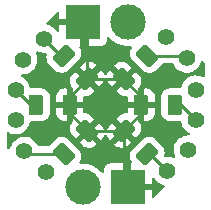
<source format=gtl>
G04 #@! TF.GenerationSoftware,KiCad,Pcbnew,(5.99.0-8018-g9a0f685a75)*
G04 #@! TF.CreationDate,2021-11-19T00:05:57+10:30*
G04 #@! TF.ProjectId,ring_pcb,72696e67-5f70-4636-922e-6b696361645f,rev?*
G04 #@! TF.SameCoordinates,Original*
G04 #@! TF.FileFunction,Copper,L1,Top*
G04 #@! TF.FilePolarity,Positive*
%FSLAX46Y46*%
G04 Gerber Fmt 4.6, Leading zero omitted, Abs format (unit mm)*
G04 Created by KiCad (PCBNEW (5.99.0-8018-g9a0f685a75)) date 2021-11-19 00:05:57*
%MOMM*%
%LPD*%
G01*
G04 APERTURE LIST*
G04 Aperture macros list*
%AMRoundRect*
0 Rectangle with rounded corners*
0 $1 Rounding radius*
0 $2 $3 $4 $5 $6 $7 $8 $9 X,Y pos of 4 corners*
0 Add a 4 corners polygon primitive as box body*
4,1,4,$2,$3,$4,$5,$6,$7,$8,$9,$2,$3,0*
0 Add four circle primitives for the rounded corners*
1,1,$1+$1,$2,$3,0*
1,1,$1+$1,$4,$5,0*
1,1,$1+$1,$6,$7,0*
1,1,$1+$1,$8,$9,0*
0 Add four rect primitives between the rounded corners*
20,1,$1+$1,$2,$3,$4,$5,0*
20,1,$1+$1,$4,$5,$6,$7,0*
20,1,$1+$1,$6,$7,$8,$9,0*
20,1,$1+$1,$8,$9,$2,$3,0*%
G04 Aperture macros list end*
G04 #@! TA.AperFunction,ComponentPad*
%ADD10C,1.400000*%
G04 #@! TD*
G04 #@! TA.AperFunction,SMDPad,CuDef*
%ADD11RoundRect,0.250000X0.176777X-0.707107X0.707107X-0.176777X-0.176777X0.707107X-0.707107X0.176777X0*%
G04 #@! TD*
G04 #@! TA.AperFunction,SMDPad,CuDef*
%ADD12RoundRect,0.250000X-0.707107X-0.176777X-0.176777X-0.707107X0.707107X0.176777X0.176777X0.707107X0*%
G04 #@! TD*
G04 #@! TA.AperFunction,SMDPad,CuDef*
%ADD13RoundRect,0.250000X-0.176777X0.707107X-0.707107X0.176777X0.176777X-0.707107X0.707107X-0.176777X0*%
G04 #@! TD*
G04 #@! TA.AperFunction,SMDPad,CuDef*
%ADD14RoundRect,0.250000X0.707107X0.176777X0.176777X0.707107X-0.707107X-0.176777X-0.176777X-0.707107X0*%
G04 #@! TD*
G04 #@! TA.AperFunction,SMDPad,CuDef*
%ADD15RoundRect,0.250000X-0.375000X-0.625000X0.375000X-0.625000X0.375000X0.625000X-0.375000X0.625000X0*%
G04 #@! TD*
G04 #@! TA.AperFunction,ComponentPad*
%ADD16R,2.999740X2.999740*%
G04 #@! TD*
G04 #@! TA.AperFunction,ComponentPad*
%ADD17C,2.999740*%
G04 #@! TD*
G04 #@! TA.AperFunction,SMDPad,CuDef*
%ADD18RoundRect,0.250000X0.375000X0.625000X-0.375000X0.625000X-0.375000X-0.625000X0.375000X-0.625000X0*%
G04 #@! TD*
G04 #@! TA.AperFunction,Conductor*
%ADD19C,0.250000*%
G04 #@! TD*
G04 APERTURE END LIST*
D10*
X132080000Y-104775000D03*
X130283949Y-102978949D03*
D11*
X138710051Y-96874949D03*
X140689949Y-94895051D03*
D10*
X130175000Y-95250000D03*
X131971051Y-93453949D03*
X129540000Y-100330000D03*
X129540000Y-97790000D03*
D12*
X138710051Y-101245051D03*
X140689949Y-103224949D03*
D13*
X135609949Y-101245051D03*
X133630051Y-103224949D03*
D14*
X135609949Y-96874949D03*
X133630051Y-94895051D03*
D10*
X144780000Y-97790000D03*
X144780000Y-100330000D03*
D15*
X140205000Y-99060000D03*
X143005000Y-99060000D03*
D16*
X135255000Y-92075000D03*
D17*
X139065000Y-92075000D03*
D10*
X144145000Y-102870000D03*
X142348949Y-104666051D03*
D18*
X134115000Y-99060000D03*
X131315000Y-99060000D03*
D10*
X142240000Y-93345000D03*
X144036051Y-95141051D03*
D16*
X139065000Y-106045000D03*
D17*
X135255000Y-106045000D03*
D19*
X135609949Y-101245051D02*
X138710051Y-101245051D01*
X134115000Y-98369898D02*
X134115000Y-99060000D01*
X140205000Y-98369898D02*
X138710051Y-96874949D01*
X135609949Y-96874949D02*
X134115000Y-98369898D01*
X134115000Y-99750102D02*
X135609949Y-101245051D01*
X138710051Y-101245051D02*
X138710051Y-105690051D01*
X140205000Y-99060000D02*
X140205000Y-98369898D01*
X138710051Y-96874949D02*
X135609949Y-96874949D01*
X140205000Y-99750102D02*
X140205000Y-99060000D01*
X135609949Y-96874949D02*
X135609949Y-92429949D01*
X138710051Y-101245051D02*
X140205000Y-99750102D01*
X138710051Y-105690051D02*
X139065000Y-106045000D01*
X135609949Y-92429949D02*
X135255000Y-92075000D01*
X134115000Y-99060000D02*
X134115000Y-99750102D01*
X140689949Y-94895051D02*
X143790051Y-94895051D01*
X143790051Y-94895051D02*
X144036051Y-95141051D01*
X140689949Y-103224949D02*
X140907847Y-103224949D01*
X140907847Y-103224949D02*
X142348949Y-104666051D01*
X130529949Y-103224949D02*
X130283949Y-102978949D01*
X133630051Y-103224949D02*
X130529949Y-103224949D01*
X143510000Y-99060000D02*
X144780000Y-100330000D01*
X143005000Y-99060000D02*
X143510000Y-99060000D01*
X131315000Y-99060000D02*
X130810000Y-99060000D01*
X130810000Y-99060000D02*
X129540000Y-97790000D01*
X133630051Y-94895051D02*
X133412153Y-94895051D01*
X133412153Y-94895051D02*
X131971051Y-93453949D01*
G04 #@! TA.AperFunction,Conductor*
G36*
X133160162Y-91182424D02*
G01*
X133216998Y-91224971D01*
X133241809Y-91291491D01*
X133242130Y-91300480D01*
X133242130Y-91802885D01*
X133246605Y-91818124D01*
X133247995Y-91819329D01*
X133255678Y-91821000D01*
X135383000Y-91821000D01*
X135451121Y-91841002D01*
X135497614Y-91894658D01*
X135509000Y-91947000D01*
X135509000Y-94069755D01*
X135513475Y-94084994D01*
X135514865Y-94086199D01*
X135522548Y-94087870D01*
X136752613Y-94087870D01*
X136757120Y-94087709D01*
X136821139Y-94083130D01*
X136834361Y-94080744D01*
X136959328Y-94044051D01*
X136975562Y-94036637D01*
X137083230Y-93967444D01*
X137096717Y-93955758D01*
X137180532Y-93859030D01*
X137190177Y-93844022D01*
X137243347Y-93727595D01*
X137248372Y-93710482D01*
X137267231Y-93579316D01*
X137267870Y-93570375D01*
X137267870Y-93404063D01*
X137287872Y-93335942D01*
X137341528Y-93289449D01*
X137411802Y-93279345D01*
X137476382Y-93308839D01*
X137490391Y-93323072D01*
X137610807Y-93466577D01*
X137616703Y-93473604D01*
X137825446Y-93661557D01*
X137829084Y-93664011D01*
X137829088Y-93664014D01*
X138044232Y-93809131D01*
X138058315Y-93818630D01*
X138062268Y-93820558D01*
X138306820Y-93939834D01*
X138306825Y-93939836D01*
X138310778Y-93941764D01*
X138314968Y-93943125D01*
X138314967Y-93943125D01*
X138573744Y-94027207D01*
X138573751Y-94027209D01*
X138577922Y-94028564D01*
X138646249Y-94040612D01*
X138850217Y-94076578D01*
X138850222Y-94076578D01*
X138854546Y-94077341D01*
X138858937Y-94077494D01*
X138858943Y-94077495D01*
X139130872Y-94086991D01*
X139130878Y-94086991D01*
X139135266Y-94087144D01*
X139139632Y-94086685D01*
X139139635Y-94086685D01*
X139251883Y-94074887D01*
X139321722Y-94087659D01*
X139373568Y-94136161D01*
X139390963Y-94204994D01*
X139368382Y-94272304D01*
X139363867Y-94278376D01*
X139341274Y-94306933D01*
X139333248Y-94317077D01*
X139330148Y-94323709D01*
X139330146Y-94323713D01*
X139261475Y-94470645D01*
X139261474Y-94470649D01*
X139258376Y-94477277D01*
X139222365Y-94650404D01*
X139227149Y-94827171D01*
X139272469Y-94998097D01*
X139275920Y-95004547D01*
X139275921Y-95004549D01*
X139295267Y-95040704D01*
X139355896Y-95154014D01*
X139406889Y-95215001D01*
X140360711Y-96168823D01*
X140363572Y-96171086D01*
X140363577Y-96171091D01*
X140405125Y-96203962D01*
X140465529Y-96251752D01*
X140472161Y-96254852D01*
X140472165Y-96254854D01*
X140599072Y-96314166D01*
X140625728Y-96326624D01*
X140798854Y-96362635D01*
X140975622Y-96357851D01*
X141146549Y-96312531D01*
X141152999Y-96309080D01*
X141153001Y-96309079D01*
X141260138Y-96251752D01*
X141302465Y-96229104D01*
X141332535Y-96203962D01*
X141361302Y-96179909D01*
X141361306Y-96179905D01*
X141363452Y-96178111D01*
X141963721Y-95577843D01*
X141965990Y-95574975D01*
X141968422Y-95572243D01*
X141969440Y-95573149D01*
X142022836Y-95535361D01*
X142063698Y-95528551D01*
X142801106Y-95528551D01*
X142869227Y-95548553D01*
X142915720Y-95602209D01*
X142920309Y-95613726D01*
X142927464Y-95634626D01*
X143032389Y-95823139D01*
X143035942Y-95827479D01*
X143035944Y-95827483D01*
X143112930Y-95921541D01*
X143169038Y-95990092D01*
X143333093Y-96130209D01*
X143337938Y-96133040D01*
X143514521Y-96236227D01*
X143514524Y-96236228D01*
X143519368Y-96239059D01*
X143524638Y-96240988D01*
X143524639Y-96240988D01*
X143716710Y-96311276D01*
X143716714Y-96311277D01*
X143721974Y-96313202D01*
X143727490Y-96314165D01*
X143727495Y-96314166D01*
X143928984Y-96349331D01*
X143928985Y-96349331D01*
X143934508Y-96350295D01*
X143940114Y-96350266D01*
X143940118Y-96350266D01*
X144038352Y-96349751D01*
X144150251Y-96349165D01*
X144155769Y-96348142D01*
X144155772Y-96348142D01*
X144356866Y-96310872D01*
X144356867Y-96310872D01*
X144362385Y-96309849D01*
X144367630Y-96307867D01*
X144367634Y-96307866D01*
X144498009Y-96258601D01*
X144564204Y-96233588D01*
X144749328Y-96122793D01*
X144753548Y-96119111D01*
X144753553Y-96119108D01*
X144907677Y-95984657D01*
X144911907Y-95980967D01*
X144983802Y-95891228D01*
X145043295Y-95816969D01*
X145043298Y-95816964D01*
X145046801Y-95812592D01*
X145149746Y-95622990D01*
X145217489Y-95418155D01*
X145218279Y-95412603D01*
X145219004Y-95409513D01*
X145254033Y-95347759D01*
X145316888Y-95314747D01*
X145387612Y-95320957D01*
X145430770Y-95349190D01*
X145505095Y-95423515D01*
X145539121Y-95485827D01*
X145542000Y-95512610D01*
X145542000Y-96611639D01*
X145521998Y-96679760D01*
X145468342Y-96726253D01*
X145398068Y-96736357D01*
X145365156Y-96725353D01*
X145364608Y-96726602D01*
X145172199Y-96642140D01*
X145172197Y-96642139D01*
X145167057Y-96639883D01*
X145062165Y-96614701D01*
X144962729Y-96590828D01*
X144962728Y-96590828D01*
X144957272Y-96589518D01*
X144874801Y-96584763D01*
X144747490Y-96577422D01*
X144747487Y-96577422D01*
X144741883Y-96577099D01*
X144527699Y-96603018D01*
X144321490Y-96666456D01*
X144316510Y-96669026D01*
X144316506Y-96669028D01*
X144186059Y-96736357D01*
X144129774Y-96765408D01*
X143958611Y-96896746D01*
X143813411Y-97056319D01*
X143698764Y-97239083D01*
X143618293Y-97439260D01*
X143617156Y-97444751D01*
X143617155Y-97444754D01*
X143589512Y-97578237D01*
X143556111Y-97640887D01*
X143494142Y-97675533D01*
X143454932Y-97678187D01*
X143440773Y-97676924D01*
X143436022Y-97676500D01*
X142587114Y-97676500D01*
X142491894Y-97687602D01*
X142461629Y-97691130D01*
X142461628Y-97691130D01*
X142454357Y-97691978D01*
X142447479Y-97694474D01*
X142447477Y-97694475D01*
X142336315Y-97734825D01*
X142288136Y-97752313D01*
X142184949Y-97819965D01*
X142171050Y-97829078D01*
X142140253Y-97849269D01*
X142018642Y-97977645D01*
X141929825Y-98130555D01*
X141878567Y-98299796D01*
X141877992Y-98306236D01*
X141877992Y-98306237D01*
X141873476Y-98356843D01*
X141871500Y-98378978D01*
X141871500Y-99727886D01*
X141877729Y-99781309D01*
X141886117Y-99853254D01*
X141886978Y-99860643D01*
X141889474Y-99867521D01*
X141889475Y-99867523D01*
X141931187Y-99982437D01*
X141947313Y-100026864D01*
X142015214Y-100130431D01*
X142026321Y-100147371D01*
X142044269Y-100174747D01*
X142172645Y-100296358D01*
X142325555Y-100385175D01*
X142457169Y-100425037D01*
X142488490Y-100434523D01*
X142494796Y-100436433D01*
X142501236Y-100437008D01*
X142501237Y-100437008D01*
X142571185Y-100443251D01*
X142571191Y-100443251D01*
X142573978Y-100443500D01*
X143422886Y-100443500D01*
X143443704Y-100441073D01*
X143451192Y-100440200D01*
X143521171Y-100452179D01*
X143573564Y-100500090D01*
X143590333Y-100546293D01*
X143600453Y-100612426D01*
X143601529Y-100619460D01*
X143615956Y-100661597D01*
X143669116Y-100816865D01*
X143671413Y-100823575D01*
X143776338Y-101012088D01*
X143779891Y-101016428D01*
X143779893Y-101016432D01*
X143868374Y-101124534D01*
X143912987Y-101179041D01*
X144077042Y-101319158D01*
X144258474Y-101425178D01*
X144262270Y-101427396D01*
X144310993Y-101479035D01*
X144324064Y-101548818D01*
X144297332Y-101614590D01*
X144239286Y-101655468D01*
X144191447Y-101661975D01*
X144156858Y-101659981D01*
X144112490Y-101657422D01*
X144112487Y-101657422D01*
X144106883Y-101657099D01*
X143892699Y-101683018D01*
X143686490Y-101746456D01*
X143681510Y-101749026D01*
X143681506Y-101749028D01*
X143499757Y-101842836D01*
X143494774Y-101845408D01*
X143323611Y-101976746D01*
X143178411Y-102136319D01*
X143063764Y-102319083D01*
X142983293Y-102519260D01*
X142982156Y-102524751D01*
X142982155Y-102524754D01*
X142943391Y-102711939D01*
X142939542Y-102730524D01*
X142939395Y-102736133D01*
X142939395Y-102736134D01*
X142938552Y-102768349D01*
X142933895Y-102946196D01*
X142942057Y-102999536D01*
X142965334Y-103151649D01*
X142966529Y-103159460D01*
X143003181Y-103266511D01*
X143010939Y-103289170D01*
X143036413Y-103363575D01*
X143063680Y-103412563D01*
X143079331Y-103481811D01*
X143055059Y-103548530D01*
X142998569Y-103591535D01*
X142927796Y-103597172D01*
X142902939Y-103589213D01*
X142736006Y-103515934D01*
X142593874Y-103481811D01*
X142531678Y-103466879D01*
X142531677Y-103466879D01*
X142526221Y-103465569D01*
X142443750Y-103460814D01*
X142316439Y-103453473D01*
X142316436Y-103453473D01*
X142310832Y-103453150D01*
X142278702Y-103457038D01*
X142253300Y-103460112D01*
X142183270Y-103448439D01*
X142130668Y-103400757D01*
X142112195Y-103332206D01*
X142118562Y-103295503D01*
X142121522Y-103289170D01*
X142157533Y-103116044D01*
X142152749Y-102939276D01*
X142107429Y-102768349D01*
X142084249Y-102725027D01*
X142046836Y-102655108D01*
X142024002Y-102612433D01*
X142019860Y-102607479D01*
X141974807Y-102553596D01*
X141974803Y-102553592D01*
X141973009Y-102551446D01*
X141372741Y-101951177D01*
X141361002Y-101941889D01*
X141328327Y-101916038D01*
X141267923Y-101868248D01*
X141261291Y-101865148D01*
X141261287Y-101865146D01*
X141114355Y-101796475D01*
X141114351Y-101796474D01*
X141107723Y-101793376D01*
X140934596Y-101757365D01*
X140757829Y-101762149D01*
X140586903Y-101807469D01*
X140580453Y-101810920D01*
X140580451Y-101810921D01*
X140520805Y-101842836D01*
X140430986Y-101890896D01*
X140369999Y-101941889D01*
X139416177Y-102895711D01*
X139413914Y-102898572D01*
X139413909Y-102898577D01*
X139380670Y-102940590D01*
X139333248Y-103000529D01*
X139330148Y-103007161D01*
X139330146Y-103007165D01*
X139262619Y-103151649D01*
X139258376Y-103160728D01*
X139222365Y-103333854D01*
X139227149Y-103510622D01*
X139272469Y-103681549D01*
X139355896Y-103837465D01*
X139360039Y-103842420D01*
X139363661Y-103847785D01*
X139362473Y-103848587D01*
X139387865Y-103906880D01*
X139376528Y-103976965D01*
X139329099Y-104029795D01*
X139326943Y-104030757D01*
X139320671Y-104037995D01*
X139319000Y-104045678D01*
X139318999Y-105772885D01*
X139323474Y-105788124D01*
X139324864Y-105789329D01*
X139332547Y-105791000D01*
X141059755Y-105791001D01*
X141074994Y-105786526D01*
X141076199Y-105785136D01*
X141077870Y-105777453D01*
X141077870Y-105353142D01*
X141097872Y-105285021D01*
X141151528Y-105238528D01*
X141221802Y-105228424D01*
X141286382Y-105257918D01*
X141313962Y-105291859D01*
X141345287Y-105348139D01*
X141348840Y-105352479D01*
X141348842Y-105352483D01*
X141425828Y-105446541D01*
X141481936Y-105515092D01*
X141645991Y-105655209D01*
X141650836Y-105658040D01*
X141827419Y-105761227D01*
X141827422Y-105761228D01*
X141832266Y-105764059D01*
X141837536Y-105765988D01*
X141837537Y-105765988D01*
X142029608Y-105836276D01*
X142029612Y-105836277D01*
X142034872Y-105838202D01*
X142040388Y-105839165D01*
X142040393Y-105839166D01*
X142075616Y-105845313D01*
X142139284Y-105876729D01*
X142175859Y-105937580D01*
X142173730Y-106008544D01*
X142143048Y-106058532D01*
X141292965Y-106908615D01*
X141230653Y-106942641D01*
X141159838Y-106937576D01*
X141103002Y-106895029D01*
X141078191Y-106828509D01*
X141077870Y-106819520D01*
X141077870Y-106317115D01*
X141073395Y-106301876D01*
X141072005Y-106300671D01*
X141064322Y-106299000D01*
X139319002Y-106298999D01*
X139318996Y-106299000D01*
X138937000Y-106298999D01*
X138868879Y-106278997D01*
X138822386Y-106225341D01*
X138811000Y-106172999D01*
X138811001Y-104050245D01*
X138806526Y-104035006D01*
X138805136Y-104033801D01*
X138797453Y-104032130D01*
X137567387Y-104032130D01*
X137562880Y-104032291D01*
X137498861Y-104036870D01*
X137485639Y-104039256D01*
X137360672Y-104075949D01*
X137344438Y-104083363D01*
X137236770Y-104152556D01*
X137223283Y-104164242D01*
X137139468Y-104260970D01*
X137129823Y-104275978D01*
X137076653Y-104392405D01*
X137071628Y-104409518D01*
X137052769Y-104540684D01*
X137052130Y-104549625D01*
X137052130Y-104713744D01*
X137032128Y-104781865D01*
X136978472Y-104828358D01*
X136908198Y-104838462D01*
X136843618Y-104808968D01*
X136824194Y-104787805D01*
X136819879Y-104781865D01*
X136811964Y-104770972D01*
X136799920Y-104754394D01*
X136799918Y-104754391D01*
X136797331Y-104750831D01*
X136794273Y-104747664D01*
X136605261Y-104551937D01*
X136605257Y-104551934D01*
X136602207Y-104548775D01*
X136598743Y-104546069D01*
X136598739Y-104546065D01*
X136384328Y-104378549D01*
X136384329Y-104378549D01*
X136380862Y-104375841D01*
X136137603Y-104235395D01*
X136002803Y-104180932D01*
X135881249Y-104131820D01*
X135881241Y-104131817D01*
X135877166Y-104130171D01*
X135872893Y-104129106D01*
X135872891Y-104129105D01*
X135671242Y-104078829D01*
X135604618Y-104062218D01*
X135600248Y-104061759D01*
X135600244Y-104061758D01*
X135329635Y-104033315D01*
X135329632Y-104033315D01*
X135325266Y-104032856D01*
X135320878Y-104033009D01*
X135320872Y-104033009D01*
X135062259Y-104042040D01*
X134993482Y-104024428D01*
X134945145Y-103972427D01*
X134932595Y-103902549D01*
X134959049Y-103837938D01*
X134982208Y-103808667D01*
X134982210Y-103808664D01*
X134986752Y-103802923D01*
X134989852Y-103796291D01*
X134989854Y-103796287D01*
X135058525Y-103649355D01*
X135058526Y-103649351D01*
X135061624Y-103642723D01*
X135097635Y-103469596D01*
X135092851Y-103292829D01*
X135047531Y-103121903D01*
X135041611Y-103110838D01*
X134971688Y-102980160D01*
X134964104Y-102965986D01*
X134913111Y-102904999D01*
X134235051Y-102226939D01*
X134993601Y-102226939D01*
X134993732Y-102228772D01*
X134997983Y-102235387D01*
X135278466Y-102515870D01*
X135283941Y-102520744D01*
X135380049Y-102596782D01*
X135392425Y-102604426D01*
X135539254Y-102673050D01*
X135553052Y-102677640D01*
X135711736Y-102710647D01*
X135726213Y-102711939D01*
X135888235Y-102707555D01*
X135902624Y-102705482D01*
X136059292Y-102663941D01*
X136072819Y-102658613D01*
X136216480Y-102581743D01*
X136227139Y-102574547D01*
X136280936Y-102529566D01*
X136285093Y-102525763D01*
X136395460Y-102415396D01*
X136401837Y-102403716D01*
X137916926Y-102403716D01*
X137917057Y-102405549D01*
X137921308Y-102412164D01*
X138025014Y-102515870D01*
X138030489Y-102520744D01*
X138126597Y-102596782D01*
X138138973Y-102604426D01*
X138285802Y-102673050D01*
X138299599Y-102677640D01*
X138458285Y-102710647D01*
X138472762Y-102711939D01*
X138634786Y-102707555D01*
X138649176Y-102705481D01*
X138805839Y-102663942D01*
X138819365Y-102658614D01*
X138963029Y-102581743D01*
X138973688Y-102574547D01*
X139027483Y-102529568D01*
X139031639Y-102525766D01*
X139318789Y-102238615D01*
X139326400Y-102224677D01*
X139326268Y-102222841D01*
X139322019Y-102216229D01*
X138722863Y-101617073D01*
X138708919Y-101609459D01*
X138707086Y-101609590D01*
X138700471Y-101613841D01*
X137924540Y-102389772D01*
X137916926Y-102403716D01*
X136401837Y-102403716D01*
X136403074Y-102401452D01*
X136402943Y-102399619D01*
X136398692Y-102393004D01*
X135622761Y-101617073D01*
X135608817Y-101609459D01*
X135606984Y-101609590D01*
X135600369Y-101613841D01*
X135001215Y-102212995D01*
X134993601Y-102226939D01*
X134235051Y-102226939D01*
X133959289Y-101951177D01*
X133956428Y-101948914D01*
X133956423Y-101948909D01*
X133883097Y-101890896D01*
X133854471Y-101868248D01*
X133847839Y-101865148D01*
X133847835Y-101865146D01*
X133700903Y-101796475D01*
X133700902Y-101796475D01*
X133694272Y-101793376D01*
X133521146Y-101757365D01*
X133344378Y-101762149D01*
X133173451Y-101807469D01*
X133167001Y-101810920D01*
X133166999Y-101810921D01*
X133107354Y-101842836D01*
X133017535Y-101890896D01*
X133012582Y-101895037D01*
X133012581Y-101895038D01*
X132982494Y-101920195D01*
X132956548Y-101941889D01*
X132356279Y-102542157D01*
X132354010Y-102545025D01*
X132351578Y-102547757D01*
X132350560Y-102546851D01*
X132297164Y-102584639D01*
X132256302Y-102591449D01*
X131517770Y-102591449D01*
X131449649Y-102571447D01*
X131404044Y-102519693D01*
X131330875Y-102366291D01*
X131330872Y-102366286D01*
X131328459Y-102361227D01*
X131325187Y-102356673D01*
X131205839Y-102190581D01*
X131205834Y-102190576D01*
X131202563Y-102186023D01*
X131047629Y-102035882D01*
X130959625Y-101976746D01*
X130873210Y-101918677D01*
X130873204Y-101918674D01*
X130868557Y-101915551D01*
X130671006Y-101828832D01*
X130524325Y-101793617D01*
X130466678Y-101779777D01*
X130466677Y-101779777D01*
X130461221Y-101778467D01*
X130378750Y-101773712D01*
X130251439Y-101766371D01*
X130251436Y-101766371D01*
X130245832Y-101766048D01*
X130031648Y-101791967D01*
X129825439Y-101855405D01*
X129820459Y-101857975D01*
X129820455Y-101857977D01*
X129644282Y-101948907D01*
X129633723Y-101954357D01*
X129462560Y-102085695D01*
X129317360Y-102245268D01*
X129202713Y-102428032D01*
X129122242Y-102628209D01*
X129121105Y-102633700D01*
X129121104Y-102633703D01*
X129115745Y-102659580D01*
X129106240Y-102705482D01*
X129105156Y-102710715D01*
X129071756Y-102773364D01*
X129009787Y-102808011D01*
X128938924Y-102803654D01*
X128892679Y-102774259D01*
X128814905Y-102696485D01*
X128780879Y-102634173D01*
X128778000Y-102607390D01*
X128778000Y-101504220D01*
X128798002Y-101436099D01*
X128851658Y-101389606D01*
X128921932Y-101379502D01*
X128967568Y-101395431D01*
X129023317Y-101428008D01*
X129028587Y-101429937D01*
X129028588Y-101429937D01*
X129220659Y-101500225D01*
X129220663Y-101500226D01*
X129225923Y-101502151D01*
X129231439Y-101503114D01*
X129231444Y-101503115D01*
X129432933Y-101538280D01*
X129432934Y-101538280D01*
X129438457Y-101539244D01*
X129444063Y-101539215D01*
X129444067Y-101539215D01*
X129542301Y-101538700D01*
X129654200Y-101538114D01*
X129659718Y-101537091D01*
X129659721Y-101537091D01*
X129860815Y-101499821D01*
X129860816Y-101499821D01*
X129866334Y-101498798D01*
X129871579Y-101496816D01*
X129871583Y-101496815D01*
X130053674Y-101428008D01*
X130068153Y-101422537D01*
X130253277Y-101311742D01*
X130257497Y-101308060D01*
X130257502Y-101308057D01*
X130411626Y-101173606D01*
X130415856Y-101169916D01*
X130448807Y-101128787D01*
X130545766Y-101007762D01*
X134143061Y-101007762D01*
X134147445Y-101169786D01*
X134149519Y-101184176D01*
X134191058Y-101340839D01*
X134196386Y-101354365D01*
X134273257Y-101498029D01*
X134280453Y-101508688D01*
X134325432Y-101562483D01*
X134329234Y-101566639D01*
X134616385Y-101853789D01*
X134630323Y-101861400D01*
X134632159Y-101861268D01*
X134638771Y-101857019D01*
X135249607Y-101246183D01*
X135974357Y-101246183D01*
X135974488Y-101248016D01*
X135978739Y-101254631D01*
X136754670Y-102030562D01*
X136768614Y-102038176D01*
X136770447Y-102038045D01*
X136777062Y-102033794D01*
X136880768Y-101930088D01*
X136885642Y-101924613D01*
X136961680Y-101828505D01*
X136969324Y-101816129D01*
X137037948Y-101669301D01*
X137041952Y-101657266D01*
X137082436Y-101598943D01*
X137148025Y-101571767D01*
X137217895Y-101584364D01*
X137269863Y-101632736D01*
X137283301Y-101664752D01*
X137291159Y-101694390D01*
X137296489Y-101707921D01*
X137373359Y-101851582D01*
X137380555Y-101862241D01*
X137425536Y-101916038D01*
X137429339Y-101920195D01*
X137539706Y-102030562D01*
X137553650Y-102038176D01*
X137555483Y-102038045D01*
X137562098Y-102033794D01*
X138338029Y-101257863D01*
X138345643Y-101243919D01*
X138345512Y-101242086D01*
X138341261Y-101235471D01*
X137742107Y-100636317D01*
X137728163Y-100628703D01*
X137726330Y-100628834D01*
X137719715Y-100633085D01*
X137439232Y-100913568D01*
X137434358Y-100919043D01*
X137358320Y-101015151D01*
X137350676Y-101027527D01*
X137282050Y-101174359D01*
X137278048Y-101186389D01*
X137237565Y-101244712D01*
X137171977Y-101271890D01*
X137102106Y-101259294D01*
X137050138Y-101210923D01*
X137036699Y-101178907D01*
X137028837Y-101149255D01*
X137023512Y-101135737D01*
X136946641Y-100992073D01*
X136939445Y-100981414D01*
X136894466Y-100927619D01*
X136890664Y-100923463D01*
X136603513Y-100636313D01*
X136589575Y-100628702D01*
X136587739Y-100628834D01*
X136581127Y-100633083D01*
X135981971Y-101232239D01*
X135974357Y-101246183D01*
X135249607Y-101246183D01*
X136218683Y-100277107D01*
X136225061Y-100265425D01*
X138093702Y-100265425D01*
X138093834Y-100267261D01*
X138098083Y-100273873D01*
X139677995Y-101853785D01*
X139691939Y-101861399D01*
X139693772Y-101861268D01*
X139700387Y-101857017D01*
X139980870Y-101576534D01*
X139985744Y-101571059D01*
X140061782Y-101474951D01*
X140069426Y-101462575D01*
X140138050Y-101315746D01*
X140142640Y-101301948D01*
X140175647Y-101143264D01*
X140176939Y-101128787D01*
X140172555Y-100966765D01*
X140170482Y-100952376D01*
X140128941Y-100795708D01*
X140123613Y-100782181D01*
X140046743Y-100638519D01*
X140039547Y-100627861D01*
X139994566Y-100574064D01*
X139990763Y-100569907D01*
X139981660Y-100560804D01*
X139947634Y-100498492D01*
X139947634Y-100444927D01*
X139951000Y-100429453D01*
X139951000Y-99332115D01*
X139949659Y-99327548D01*
X140459000Y-99327548D01*
X140459000Y-100424885D01*
X140463475Y-100440124D01*
X140464865Y-100441329D01*
X140472548Y-100443000D01*
X140619223Y-100443000D01*
X140626524Y-100442576D01*
X140748255Y-100428383D01*
X140762410Y-100425037D01*
X140914761Y-100369737D01*
X140927760Y-100363227D01*
X141063306Y-100274359D01*
X141074458Y-100265035D01*
X141185922Y-100147371D01*
X141194635Y-100135724D01*
X141276043Y-99995571D01*
X141281837Y-99982246D01*
X141329068Y-99826300D01*
X141331516Y-99813677D01*
X141337751Y-99743816D01*
X141338000Y-99738221D01*
X141338000Y-99332115D01*
X141333525Y-99316876D01*
X141332135Y-99315671D01*
X141324452Y-99314000D01*
X140477115Y-99314000D01*
X140461876Y-99318475D01*
X140460671Y-99319865D01*
X140459000Y-99327548D01*
X139949659Y-99327548D01*
X139946525Y-99316876D01*
X139945135Y-99315671D01*
X139937452Y-99314000D01*
X139090115Y-99314000D01*
X139074876Y-99318475D01*
X139073671Y-99319865D01*
X139072000Y-99327548D01*
X139072000Y-99652153D01*
X139051998Y-99720274D01*
X138998342Y-99766767D01*
X138949408Y-99778107D01*
X138785316Y-99782547D01*
X138770926Y-99784621D01*
X138614263Y-99826160D01*
X138600737Y-99831488D01*
X138457073Y-99908359D01*
X138446414Y-99915555D01*
X138392619Y-99960534D01*
X138388463Y-99964336D01*
X138101313Y-100251487D01*
X138093702Y-100265425D01*
X136225061Y-100265425D01*
X136226297Y-100263163D01*
X136226166Y-100261330D01*
X136221915Y-100254715D01*
X135941432Y-99974232D01*
X135935957Y-99969358D01*
X135839849Y-99893320D01*
X135827473Y-99885676D01*
X135680644Y-99817052D01*
X135666846Y-99812462D01*
X135508162Y-99779455D01*
X135493685Y-99778163D01*
X135377408Y-99781309D01*
X135308771Y-99763157D01*
X135260844Y-99710778D01*
X135248000Y-99655355D01*
X135248000Y-99332115D01*
X135243525Y-99316876D01*
X135242135Y-99315671D01*
X135234452Y-99314000D01*
X134387115Y-99313999D01*
X134371876Y-99318474D01*
X134370671Y-99319864D01*
X134369000Y-99327547D01*
X134368999Y-100424885D01*
X134371829Y-100434523D01*
X134371829Y-100505520D01*
X134341259Y-100557042D01*
X134341547Y-100557299D01*
X134340225Y-100558784D01*
X134340028Y-100559116D01*
X134339130Y-100560014D01*
X134334256Y-100565489D01*
X134258218Y-100661597D01*
X134250574Y-100673973D01*
X134181950Y-100820802D01*
X134177360Y-100834599D01*
X134144353Y-100993285D01*
X134143061Y-101007762D01*
X130545766Y-101007762D01*
X130547244Y-101005918D01*
X130547247Y-101005913D01*
X130550750Y-101001541D01*
X130653695Y-100811939D01*
X130712846Y-100633083D01*
X130719678Y-100612426D01*
X130719678Y-100612425D01*
X130721438Y-100607104D01*
X130729621Y-100549604D01*
X130759021Y-100484982D01*
X130818692Y-100446513D01*
X130865563Y-100441857D01*
X130881180Y-100443251D01*
X130881196Y-100443252D01*
X130883978Y-100443500D01*
X131732885Y-100443500D01*
X131828105Y-100432398D01*
X131858370Y-100428870D01*
X131858371Y-100428870D01*
X131865642Y-100428022D01*
X131872520Y-100425526D01*
X131872522Y-100425525D01*
X132024984Y-100370184D01*
X132031863Y-100367687D01*
X132179746Y-100270731D01*
X132301357Y-100142355D01*
X132372436Y-100019985D01*
X132386499Y-99995774D01*
X132386500Y-99995773D01*
X132390175Y-99989445D01*
X132392356Y-99982246D01*
X132439558Y-99826395D01*
X132439558Y-99826394D01*
X132441433Y-99820204D01*
X132444794Y-99782547D01*
X132448251Y-99743815D01*
X132448251Y-99743809D01*
X132448500Y-99741022D01*
X132448500Y-99327547D01*
X132982000Y-99327547D01*
X132982000Y-99724222D01*
X132982424Y-99731523D01*
X132996617Y-99853254D01*
X132999963Y-99867409D01*
X133055263Y-100019760D01*
X133061773Y-100032759D01*
X133150638Y-100168300D01*
X133159971Y-100179463D01*
X133277628Y-100290921D01*
X133289275Y-100299635D01*
X133429429Y-100381043D01*
X133442754Y-100386837D01*
X133598700Y-100434068D01*
X133611323Y-100436516D01*
X133681184Y-100442751D01*
X133686779Y-100443000D01*
X133842885Y-100443000D01*
X133858124Y-100438525D01*
X133859329Y-100437135D01*
X133861000Y-100429452D01*
X133861001Y-99332115D01*
X133856526Y-99316876D01*
X133855136Y-99315671D01*
X133847453Y-99314000D01*
X133000115Y-99313999D01*
X132984876Y-99318474D01*
X132983671Y-99319864D01*
X132982000Y-99327547D01*
X132448500Y-99327547D01*
X132448500Y-98392115D01*
X132447295Y-98381779D01*
X132982000Y-98381779D01*
X132982000Y-98787885D01*
X132986475Y-98803124D01*
X132987865Y-98804329D01*
X132995548Y-98806000D01*
X133842885Y-98806001D01*
X133858124Y-98801526D01*
X133859329Y-98800136D01*
X133861000Y-98792453D01*
X133861001Y-97695115D01*
X133856526Y-97679876D01*
X133855136Y-97678671D01*
X133847453Y-97677000D01*
X133700778Y-97677000D01*
X133693477Y-97677424D01*
X133571746Y-97691617D01*
X133557591Y-97694963D01*
X133405240Y-97750263D01*
X133392241Y-97756773D01*
X133256695Y-97845641D01*
X133245543Y-97854965D01*
X133134079Y-97972629D01*
X133125364Y-97984279D01*
X133043961Y-98124422D01*
X133038162Y-98137759D01*
X132990932Y-98293700D01*
X132988484Y-98306323D01*
X132982249Y-98376184D01*
X132982000Y-98381779D01*
X132447295Y-98381779D01*
X132433022Y-98259358D01*
X132372687Y-98093137D01*
X132275731Y-97945254D01*
X132147355Y-97823642D01*
X131994445Y-97734825D01*
X131825204Y-97683567D01*
X131818764Y-97682992D01*
X131818763Y-97682992D01*
X131748815Y-97676749D01*
X131748809Y-97676749D01*
X131746022Y-97676500D01*
X130897115Y-97676500D01*
X130872663Y-97679351D01*
X130802685Y-97667370D01*
X130750293Y-97619459D01*
X130734564Y-97577829D01*
X130734321Y-97575108D01*
X130697158Y-97439260D01*
X130678874Y-97372424D01*
X130678873Y-97372420D01*
X130677392Y-97367008D01*
X130584510Y-97172278D01*
X130581166Y-97167624D01*
X130461890Y-97001632D01*
X130461885Y-97001627D01*
X130458614Y-96997074D01*
X130452566Y-96991213D01*
X134143061Y-96991213D01*
X134147445Y-97153235D01*
X134149518Y-97167624D01*
X134191059Y-97324292D01*
X134196387Y-97337819D01*
X134273257Y-97481480D01*
X134280453Y-97492139D01*
X134325434Y-97545936D01*
X134329237Y-97550093D01*
X134338340Y-97559196D01*
X134372366Y-97621508D01*
X134372366Y-97675073D01*
X134369000Y-97690547D01*
X134368999Y-98787885D01*
X134373474Y-98803124D01*
X134374864Y-98804329D01*
X134382547Y-98806000D01*
X135229885Y-98806001D01*
X135245124Y-98801526D01*
X135246329Y-98800136D01*
X135248000Y-98792453D01*
X135248000Y-98467847D01*
X135268002Y-98399726D01*
X135321658Y-98353233D01*
X135370592Y-98341893D01*
X135534684Y-98337453D01*
X135549074Y-98335379D01*
X135705737Y-98293840D01*
X135719263Y-98288512D01*
X135862927Y-98211641D01*
X135873586Y-98204445D01*
X135927381Y-98159466D01*
X135931537Y-98155664D01*
X136218687Y-97868513D01*
X136225062Y-97856837D01*
X138093703Y-97856837D01*
X138093834Y-97858670D01*
X138098085Y-97865285D01*
X138378568Y-98145768D01*
X138384043Y-98150642D01*
X138480151Y-98226680D01*
X138492527Y-98234324D01*
X138639356Y-98302948D01*
X138653154Y-98307538D01*
X138811838Y-98340545D01*
X138826315Y-98341837D01*
X138942592Y-98338691D01*
X139011229Y-98356843D01*
X139059156Y-98409222D01*
X139072000Y-98464645D01*
X139072000Y-98787885D01*
X139076475Y-98803124D01*
X139077865Y-98804329D01*
X139085548Y-98806000D01*
X139932885Y-98806000D01*
X139948124Y-98801525D01*
X139949329Y-98800135D01*
X139951000Y-98792452D01*
X139951000Y-97695117D01*
X139949659Y-97690548D01*
X140459000Y-97690548D01*
X140459000Y-98787885D01*
X140463475Y-98803124D01*
X140464865Y-98804329D01*
X140472548Y-98806000D01*
X141319885Y-98806000D01*
X141335124Y-98801525D01*
X141336329Y-98800135D01*
X141338000Y-98792452D01*
X141338000Y-98395777D01*
X141337576Y-98388476D01*
X141323383Y-98266745D01*
X141320037Y-98252590D01*
X141264737Y-98100239D01*
X141258227Y-98087240D01*
X141169359Y-97951694D01*
X141160035Y-97940542D01*
X141042371Y-97829078D01*
X141030724Y-97820365D01*
X140890571Y-97738957D01*
X140877246Y-97733163D01*
X140721300Y-97685932D01*
X140708677Y-97683484D01*
X140638816Y-97677249D01*
X140633221Y-97677000D01*
X140477115Y-97677000D01*
X140461876Y-97681475D01*
X140460671Y-97682865D01*
X140459000Y-97690548D01*
X139949659Y-97690548D01*
X139948170Y-97685479D01*
X139948170Y-97614483D01*
X139978741Y-97562958D01*
X139978453Y-97562701D01*
X139979774Y-97561217D01*
X139979971Y-97560885D01*
X139980870Y-97559986D01*
X139985744Y-97554511D01*
X140061782Y-97458403D01*
X140069426Y-97446027D01*
X140138050Y-97299198D01*
X140142640Y-97285401D01*
X140175647Y-97126715D01*
X140176939Y-97112238D01*
X140172555Y-96950214D01*
X140170481Y-96935824D01*
X140128942Y-96779161D01*
X140123614Y-96765635D01*
X140046743Y-96621971D01*
X140039547Y-96611312D01*
X139994568Y-96557517D01*
X139990766Y-96553361D01*
X139703615Y-96266211D01*
X139689677Y-96258600D01*
X139687841Y-96258732D01*
X139681229Y-96262981D01*
X138101317Y-97842893D01*
X138093703Y-97856837D01*
X136225062Y-97856837D01*
X136226298Y-97854575D01*
X136226166Y-97852739D01*
X136221917Y-97846127D01*
X135251871Y-96876081D01*
X135974357Y-96876081D01*
X135974488Y-96877914D01*
X135978739Y-96884529D01*
X136577893Y-97483683D01*
X136591837Y-97491297D01*
X136593670Y-97491166D01*
X136600285Y-97486915D01*
X136880768Y-97206432D01*
X136885642Y-97200957D01*
X136961680Y-97104849D01*
X136969324Y-97092473D01*
X137037950Y-96945641D01*
X137041952Y-96933611D01*
X137082435Y-96875288D01*
X137148023Y-96848110D01*
X137217894Y-96860706D01*
X137269862Y-96909077D01*
X137283301Y-96941093D01*
X137291163Y-96970745D01*
X137296488Y-96984263D01*
X137373359Y-97127927D01*
X137380555Y-97138586D01*
X137425534Y-97192381D01*
X137429336Y-97196537D01*
X137716487Y-97483687D01*
X137730425Y-97491298D01*
X137732261Y-97491166D01*
X137738873Y-97486917D01*
X138338029Y-96887761D01*
X138345643Y-96873817D01*
X138345512Y-96871984D01*
X138341261Y-96865369D01*
X137565330Y-96089438D01*
X137551386Y-96081824D01*
X137549553Y-96081955D01*
X137542938Y-96086206D01*
X137439232Y-96189912D01*
X137434358Y-96195387D01*
X137358320Y-96291495D01*
X137350676Y-96303871D01*
X137282052Y-96450699D01*
X137278048Y-96462734D01*
X137237564Y-96521057D01*
X137171975Y-96548233D01*
X137102105Y-96535636D01*
X137050137Y-96487264D01*
X137036699Y-96455248D01*
X137028841Y-96425610D01*
X137023511Y-96412079D01*
X136946641Y-96268418D01*
X136939445Y-96257759D01*
X136894464Y-96203962D01*
X136890661Y-96199805D01*
X136780294Y-96089438D01*
X136766350Y-96081824D01*
X136764517Y-96081955D01*
X136757902Y-96086206D01*
X135981971Y-96862137D01*
X135974357Y-96876081D01*
X135251871Y-96876081D01*
X134642005Y-96266215D01*
X134628061Y-96258601D01*
X134626228Y-96258732D01*
X134619613Y-96262983D01*
X134339130Y-96543466D01*
X134334256Y-96548941D01*
X134258218Y-96645049D01*
X134250574Y-96657425D01*
X134181950Y-96804254D01*
X134177360Y-96818052D01*
X134144353Y-96976736D01*
X134143061Y-96991213D01*
X130452566Y-96991213D01*
X130303680Y-96846933D01*
X130240167Y-96804254D01*
X130129261Y-96729728D01*
X130129255Y-96729725D01*
X130124608Y-96726602D01*
X130064914Y-96700398D01*
X130010579Y-96654702D01*
X129989574Y-96586884D01*
X130008569Y-96518475D01*
X130061532Y-96471196D01*
X130114900Y-96459027D01*
X130138214Y-96458905D01*
X130289200Y-96458114D01*
X130294718Y-96457091D01*
X130294721Y-96457091D01*
X130495815Y-96419821D01*
X130495816Y-96419821D01*
X130501334Y-96418798D01*
X130506579Y-96416816D01*
X130506583Y-96416815D01*
X130653908Y-96361145D01*
X130703153Y-96342537D01*
X130888277Y-96231742D01*
X130892497Y-96228060D01*
X130892502Y-96228057D01*
X131046626Y-96093606D01*
X131050856Y-96089916D01*
X131063003Y-96074754D01*
X131182244Y-95925918D01*
X131182247Y-95925913D01*
X131185750Y-95921541D01*
X131288695Y-95731939D01*
X131352352Y-95539460D01*
X131354678Y-95532426D01*
X131354678Y-95532425D01*
X131356438Y-95527104D01*
X131373174Y-95409513D01*
X131386326Y-95317101D01*
X131386326Y-95317100D01*
X131386837Y-95313510D01*
X131388500Y-95250000D01*
X131369321Y-95035108D01*
X131322354Y-94863422D01*
X131313874Y-94832424D01*
X131313873Y-94832420D01*
X131312392Y-94827008D01*
X131308980Y-94819854D01*
X131251964Y-94700317D01*
X131240691Y-94630221D01*
X131269104Y-94565158D01*
X131328183Y-94525785D01*
X131399169Y-94524602D01*
X131429257Y-94537283D01*
X131454368Y-94551957D01*
X131459638Y-94553886D01*
X131459639Y-94553886D01*
X131651710Y-94624174D01*
X131651714Y-94624175D01*
X131656974Y-94626100D01*
X131662490Y-94627063D01*
X131662495Y-94627064D01*
X131863984Y-94662229D01*
X131863985Y-94662229D01*
X131869508Y-94663193D01*
X131875114Y-94663164D01*
X131875118Y-94663164D01*
X132080141Y-94662090D01*
X132148366Y-94681735D01*
X132195139Y-94735146D01*
X132205611Y-94805366D01*
X132200851Y-94825752D01*
X132198478Y-94830830D01*
X132162467Y-95003956D01*
X132167251Y-95180724D01*
X132212571Y-95351651D01*
X132216022Y-95358101D01*
X132216023Y-95358103D01*
X132245100Y-95412445D01*
X132295998Y-95507567D01*
X132300139Y-95512520D01*
X132300140Y-95512521D01*
X132330268Y-95548553D01*
X132346991Y-95568554D01*
X132947259Y-96168823D01*
X132950126Y-96171091D01*
X132950128Y-96171093D01*
X132961267Y-96179906D01*
X133052077Y-96251752D01*
X133058709Y-96254852D01*
X133058713Y-96254854D01*
X133205645Y-96323525D01*
X133205649Y-96323526D01*
X133212277Y-96326624D01*
X133385404Y-96362635D01*
X133562171Y-96357851D01*
X133733097Y-96312531D01*
X133739547Y-96309080D01*
X133739549Y-96309079D01*
X133833889Y-96258600D01*
X133889014Y-96229104D01*
X133950001Y-96178111D01*
X134232789Y-95895323D01*
X134993600Y-95895323D01*
X134993732Y-95897159D01*
X134997981Y-95903771D01*
X135597137Y-96502927D01*
X135611081Y-96510541D01*
X135612914Y-96510410D01*
X135619529Y-96506159D01*
X136395460Y-95730228D01*
X136401837Y-95718548D01*
X137916926Y-95718548D01*
X137917057Y-95720381D01*
X137921308Y-95726996D01*
X138697239Y-96502927D01*
X138711183Y-96510541D01*
X138713016Y-96510410D01*
X138719631Y-96506159D01*
X139318785Y-95907005D01*
X139326399Y-95893061D01*
X139326268Y-95891228D01*
X139322017Y-95884613D01*
X139041534Y-95604130D01*
X139036059Y-95599256D01*
X138939951Y-95523218D01*
X138927575Y-95515574D01*
X138780746Y-95446950D01*
X138766948Y-95442360D01*
X138608264Y-95409353D01*
X138593787Y-95408061D01*
X138431765Y-95412445D01*
X138417376Y-95414518D01*
X138260708Y-95456059D01*
X138247181Y-95461387D01*
X138103520Y-95538257D01*
X138092861Y-95545453D01*
X138039064Y-95590434D01*
X138034907Y-95594237D01*
X137924540Y-95704604D01*
X137916926Y-95718548D01*
X136401837Y-95718548D01*
X136403074Y-95716284D01*
X136402943Y-95714451D01*
X136398692Y-95707836D01*
X136294986Y-95604130D01*
X136289511Y-95599256D01*
X136193403Y-95523218D01*
X136181027Y-95515574D01*
X136034198Y-95446950D01*
X136020401Y-95442360D01*
X135861715Y-95409353D01*
X135847238Y-95408061D01*
X135685214Y-95412445D01*
X135670824Y-95414519D01*
X135514161Y-95456058D01*
X135500635Y-95461386D01*
X135356971Y-95538257D01*
X135346312Y-95545453D01*
X135292517Y-95590432D01*
X135288361Y-95594234D01*
X135001211Y-95881385D01*
X134993600Y-95895323D01*
X134232789Y-95895323D01*
X134903823Y-95224289D01*
X134906086Y-95221428D01*
X134906091Y-95221423D01*
X134982208Y-95125214D01*
X134986752Y-95119471D01*
X134989852Y-95112839D01*
X134989854Y-95112835D01*
X135058525Y-94965903D01*
X135058525Y-94965902D01*
X135061624Y-94959272D01*
X135097635Y-94786146D01*
X135092851Y-94609378D01*
X135047531Y-94438451D01*
X134964104Y-94282535D01*
X134959961Y-94277580D01*
X134956339Y-94272215D01*
X134957527Y-94271413D01*
X134932135Y-94213120D01*
X134943472Y-94143035D01*
X134990901Y-94090205D01*
X134993057Y-94089243D01*
X134999329Y-94082005D01*
X135001000Y-94074322D01*
X135001000Y-92347115D01*
X134996525Y-92331876D01*
X134995135Y-92330671D01*
X134987452Y-92329000D01*
X133260245Y-92329000D01*
X133245006Y-92333475D01*
X133243801Y-92334865D01*
X133242130Y-92342548D01*
X133242130Y-92760260D01*
X133222128Y-92828381D01*
X133168472Y-92874874D01*
X133098198Y-92884978D01*
X133033618Y-92855484D01*
X133013807Y-92833786D01*
X132892941Y-92665581D01*
X132892936Y-92665576D01*
X132889665Y-92661023D01*
X132734731Y-92510882D01*
X132646727Y-92451746D01*
X132560312Y-92393677D01*
X132560306Y-92393674D01*
X132555659Y-92390551D01*
X132358108Y-92303832D01*
X132322740Y-92295341D01*
X132235354Y-92274361D01*
X132173784Y-92239008D01*
X132141102Y-92175982D01*
X132147683Y-92105291D01*
X132175673Y-92062747D01*
X133027035Y-91211385D01*
X133089347Y-91177359D01*
X133160162Y-91182424D01*
G37*
G04 #@! TD.AperFunction*
M02*

</source>
